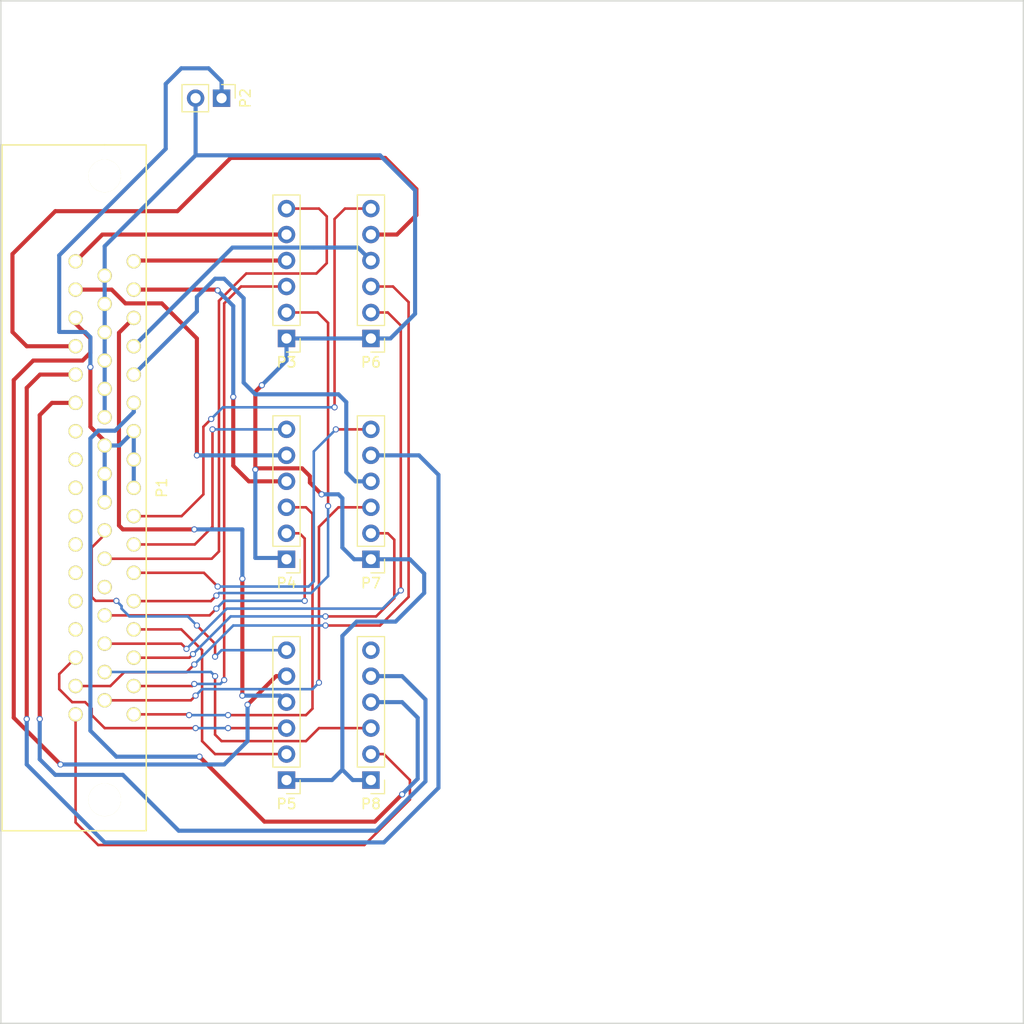
<source format=kicad_pcb>
(kicad_pcb (version 4) (host pcbnew 4.0.2-stable)

  (general
    (links 47)
    (no_connects 0)
    (area 71.044999 49.454999 171.195001 149.605001)
    (thickness 1.6)
    (drawings 4)
    (tracks 352)
    (zones 0)
    (modules 8)
    (nets 42)
  )

  (page A4)
  (layers
    (0 F.Cu signal)
    (31 B.Cu signal)
    (32 B.Adhes user)
    (33 F.Adhes user)
    (34 B.Paste user)
    (35 F.Paste user)
    (36 B.SilkS user)
    (37 F.SilkS user)
    (38 B.Mask user)
    (39 F.Mask user)
    (40 Dwgs.User user)
    (41 Cmts.User user)
    (42 Eco1.User user)
    (43 Eco2.User user)
    (44 Edge.Cuts user)
    (45 Margin user)
    (46 B.CrtYd user)
    (47 F.CrtYd user)
    (48 B.Fab user)
    (49 F.Fab user)
  )

  (setup
    (last_trace_width 0.4)
    (user_trace_width 0.4)
    (trace_clearance 0.2)
    (zone_clearance 0.508)
    (zone_45_only no)
    (trace_min 0.2)
    (segment_width 0.2)
    (edge_width 0.15)
    (via_size 0.6)
    (via_drill 0.4)
    (via_min_size 0.4)
    (via_min_drill 0.3)
    (uvia_size 0.3)
    (uvia_drill 0.1)
    (uvias_allowed no)
    (uvia_min_size 0.2)
    (uvia_min_drill 0.1)
    (pcb_text_width 0.3)
    (pcb_text_size 1.5 1.5)
    (mod_edge_width 0.15)
    (mod_text_size 1 1)
    (mod_text_width 0.15)
    (pad_size 1.524 1.524)
    (pad_drill 0.762)
    (pad_to_mask_clearance 0.2)
    (aux_axis_origin 0 0)
    (visible_elements 7FFFFFFF)
    (pcbplotparams
      (layerselection 0x00030_80000001)
      (usegerberextensions false)
      (excludeedgelayer true)
      (linewidth 0.100000)
      (plotframeref false)
      (viasonmask false)
      (mode 1)
      (useauxorigin false)
      (hpglpennumber 1)
      (hpglpenspeed 20)
      (hpglpendiameter 15)
      (hpglpenoverlay 2)
      (psnegative false)
      (psa4output false)
      (plotreference true)
      (plotvalue true)
      (plotinvisibletext false)
      (padsonsilk false)
      (subtractmaskfromsilk false)
      (outputformat 1)
      (mirror false)
      (drillshape 1)
      (scaleselection 1)
      (outputdirectory ""))
  )

  (net 0 "")
  (net 1 GND)
  (net 2 LED_VCC)
  (net 3 Mrot_1)
  (net 4 M1_1)
  (net 5 M2_1)
  (net 6 M3_1)
  (net 7 M4_1)
  (net 8 M5_1)
  (net 9 Mrot_2)
  (net 10 M1_2)
  (net 11 M2_2)
  (net 12 M3_2)
  (net 13 M4_2)
  (net 14 M5_2)
  (net 15 "Net-(P1-Pad44)")
  (net 16 "Net-(P1-Pad43)")
  (net 17 A5_1)
  (net 18 A3_2)
  (net 19 A2_2)
  (net 20 "Net-(P1-Pad38)")
  (net 21 "Net-(P1-Pad37)")
  (net 22 "Net-(P1-Pad40)")
  (net 23 "Net-(P1-Pad41)")
  (net 24 "Net-(P1-Pad39)")
  (net 25 A5_2)
  (net 26 A3_1)
  (net 27 A1_1)
  (net 28 "Net-(P1-Pad22)")
  (net 29 Rot_limit)
  (net 30 A4_2)
  (net 31 ROT_2)
  (net 32 A4_1)
  (net 33 A2_1)
  (net 34 ROT_1)
  (net 35 Limit_4)
  (net 36 A1_2)
  (net 37 Limit_1)
  (net 38 Limit_3)
  (net 39 "Net-(P1-Pad42)")
  (net 40 Limit_2)
  (net 41 "Net-(P8-Pad6)")

  (net_class Default "This is the default net class."
    (clearance 0.2)
    (trace_width 0.25)
    (via_dia 0.6)
    (via_drill 0.4)
    (uvia_dia 0.3)
    (uvia_drill 0.1)
    (add_net A1_1)
    (add_net A1_2)
    (add_net A2_1)
    (add_net A2_2)
    (add_net A3_1)
    (add_net A3_2)
    (add_net A4_1)
    (add_net A4_2)
    (add_net A5_1)
    (add_net A5_2)
    (add_net GND)
    (add_net LED_VCC)
    (add_net Limit_1)
    (add_net Limit_2)
    (add_net Limit_3)
    (add_net Limit_4)
    (add_net M1_1)
    (add_net M1_2)
    (add_net M2_1)
    (add_net M2_2)
    (add_net M3_1)
    (add_net M3_2)
    (add_net M4_1)
    (add_net M4_2)
    (add_net M5_1)
    (add_net M5_2)
    (add_net Mrot_1)
    (add_net Mrot_2)
    (add_net "Net-(P1-Pad22)")
    (add_net "Net-(P1-Pad37)")
    (add_net "Net-(P1-Pad38)")
    (add_net "Net-(P1-Pad39)")
    (add_net "Net-(P1-Pad40)")
    (add_net "Net-(P1-Pad41)")
    (add_net "Net-(P1-Pad42)")
    (add_net "Net-(P1-Pad43)")
    (add_net "Net-(P1-Pad44)")
    (add_net "Net-(P8-Pad6)")
    (add_net ROT_1)
    (add_net ROT_2)
    (add_net Rot_limit)
  )

  (module Connector_Dsub:Dsub_50 (layer F.Cu) (tedit 5BFFFC76) (tstamp 5C0150DE)
    (at 81.28 97.155 270)
    (path /5BFFFCFD)
    (fp_text reference P1 (at 0 -5.588 270) (layer F.SilkS)
      (effects (font (size 1 1) (thickness 0.15)))
    )
    (fp_text value CONN_02X25 (at 0 -11.176 270) (layer F.Fab)
      (effects (font (size 1 1) (thickness 0.15)))
    )
    (fp_line (start -33.528 10.033) (end 33.528 10.033) (layer F.SilkS) (width 0.15))
    (fp_line (start -33.528 0) (end -33.528 10.033) (layer F.SilkS) (width 0.15))
    (fp_line (start 33.528 0) (end 33.528 10.033) (layer F.SilkS) (width 0.15))
    (fp_line (start -33.528 -4.064) (end -33.528 0) (layer F.SilkS) (width 0.15))
    (fp_line (start 33.528 -4.064) (end 33.528 0) (layer F.SilkS) (width 0.15))
    (fp_line (start 0 -4.064) (end -33.5 -4.064) (layer F.SilkS) (width 0.15))
    (fp_line (start 0 -4.064) (end 33.5 -4.064) (layer F.SilkS) (width 0.15))
    (pad 33 thru_hole circle (at -20.7518 0 270) (size 1.4 1.4) (drill 1.0922) (layers *.Cu *.Mask F.SilkS)
      (net 1 GND))
    (pad 32 thru_hole circle (at -17.9832 0 270) (size 1.4 1.4) (drill 1.0922) (layers *.Cu *.Mask F.SilkS)
      (net 1 GND))
    (pad 31 thru_hole circle (at -15.2146 0 270) (size 1.4 1.4) (drill 1.0922) (layers *.Cu *.Mask F.SilkS)
      (net 1 GND))
    (pad 30 thru_hole circle (at -12.446 0 270) (size 1.4 1.4) (drill 1.0922) (layers *.Cu *.Mask F.SilkS)
      (net 1 GND))
    (pad 29 thru_hole circle (at -9.6774 0 270) (size 1.4 1.4) (drill 1.0922) (layers *.Cu *.Mask F.SilkS)
      (net 1 GND))
    (pad 28 thru_hole circle (at -6.9088 0 270) (size 1.4 1.4) (drill 1.0922) (layers *.Cu *.Mask F.SilkS)
      (net 1 GND))
    (pad 27 thru_hole circle (at -4.1402 0 270) (size 1.4 1.4) (drill 1.0922) (layers *.Cu *.Mask F.SilkS)
      (net 2 LED_VCC))
    (pad 26 thru_hole circle (at -1.3716 0 270) (size 1.4 1.4) (drill 1.0922) (layers *.Cu *.Mask F.SilkS)
      (net 2 LED_VCC))
    (pad 17 thru_hole circle (at -22.1488 -2.8448 270) (size 1.4 1.4) (drill 1.0922) (layers *.Cu *.Mask F.SilkS)
      (net 3 Mrot_1))
    (pad 16 thru_hole circle (at -19.3802 -2.8448 270) (size 1.4 1.4) (drill 1.0922) (layers *.Cu *.Mask F.SilkS)
      (net 4 M1_1))
    (pad 15 thru_hole circle (at -16.6116 -2.8448 270) (size 1.4 1.4) (drill 1.0922) (layers *.Cu *.Mask F.SilkS)
      (net 5 M2_1))
    (pad 14 thru_hole circle (at -13.843 -2.8448 270) (size 1.4 1.4) (drill 1.0922) (layers *.Cu *.Mask F.SilkS)
      (net 6 M3_1))
    (pad 13 thru_hole circle (at -11.0744 -2.8448 270) (size 1.4 1.4) (drill 1.0922) (layers *.Cu *.Mask F.SilkS)
      (net 7 M4_1))
    (pad 12 thru_hole circle (at -8.3058 -2.8448 270) (size 1.4 1.4) (drill 1.0922) (layers *.Cu *.Mask F.SilkS)
      (net 8 M5_1))
    (pad 11 thru_hole circle (at -5.5372 -2.8448 270) (size 1.4 1.4) (drill 1.0922) (layers *.Cu *.Mask F.SilkS)
      (net 2 LED_VCC))
    (pad 10 thru_hole circle (at -2.7686 -2.8448 270) (size 1.4 1.4) (drill 1.0922) (layers *.Cu *.Mask F.SilkS)
      (net 2 LED_VCC))
    (pad 50 thru_hole circle (at -22.1488 2.8448 270) (size 1.4 1.4) (drill 1.0922) (layers *.Cu *.Mask F.SilkS)
      (net 9 Mrot_2))
    (pad 49 thru_hole circle (at -19.3802 2.8448 270) (size 1.4 1.4) (drill 1.0922) (layers *.Cu *.Mask F.SilkS)
      (net 10 M1_2))
    (pad 48 thru_hole circle (at -16.6116 2.8448 270) (size 1.4 1.4) (drill 1.0922) (layers *.Cu *.Mask F.SilkS)
      (net 11 M2_2))
    (pad 47 thru_hole circle (at -13.843 2.8448 270) (size 1.4 1.4) (drill 1.0922) (layers *.Cu *.Mask F.SilkS)
      (net 12 M3_2))
    (pad 46 thru_hole circle (at -11.0744 2.8448 270) (size 1.4 1.4) (drill 1.0922) (layers *.Cu *.Mask F.SilkS)
      (net 13 M4_2))
    (pad 45 thru_hole circle (at -8.3058 2.8448 270) (size 1.4 1.4) (drill 1.0922) (layers *.Cu *.Mask F.SilkS)
      (net 14 M5_2))
    (pad 44 thru_hole circle (at -5.5372 2.8448 270) (size 1.4 1.4) (drill 1.0922) (layers *.Cu *.Mask F.SilkS)
      (net 15 "Net-(P1-Pad44)"))
    (pad 43 thru_hole circle (at -2.7686 2.8448 270) (size 1.4 1.4) (drill 1.0922) (layers *.Cu *.Mask F.SilkS)
      (net 16 "Net-(P1-Pad43)"))
    (pad 34 thru_hole circle (at 22.1488 2.8448 270) (size 1.4 1.4) (drill 1.0922) (layers *.Cu *.Mask F.SilkS)
      (net 17 A5_1))
    (pad 35 thru_hole circle (at 19.3802 2.8448 270) (size 1.4 1.4) (drill 1.0922) (layers *.Cu *.Mask F.SilkS)
      (net 18 A3_2))
    (pad 36 thru_hole circle (at 16.6116 2.8448 270) (size 1.4 1.4) (drill 1.0922) (layers *.Cu *.Mask F.SilkS)
      (net 19 A2_2))
    (pad 38 thru_hole circle (at 11.0744 2.8448 270) (size 1.4 1.4) (drill 1.0922) (layers *.Cu *.Mask F.SilkS)
      (net 20 "Net-(P1-Pad38)"))
    (pad 37 thru_hole circle (at 13.843 2.8448 270) (size 1.4 1.4) (drill 1.0922) (layers *.Cu *.Mask F.SilkS)
      (net 21 "Net-(P1-Pad37)"))
    (pad 40 thru_hole circle (at 5.5372 2.8448 270) (size 1.4 1.4) (drill 1.0922) (layers *.Cu *.Mask F.SilkS)
      (net 22 "Net-(P1-Pad40)"))
    (pad 41 thru_hole circle (at 2.7686 2.8448 270) (size 1.4 1.4) (drill 1.0922) (layers *.Cu *.Mask F.SilkS)
      (net 23 "Net-(P1-Pad41)"))
    (pad 39 thru_hole circle (at 8.3058 2.8448 270) (size 1.4 1.4) (drill 1.0922) (layers *.Cu *.Mask F.SilkS)
      (net 24 "Net-(P1-Pad39)"))
    (pad 19 thru_hole circle (at 18.0086 0 270) (size 1.4 1.4) (drill 1.0922) (layers *.Cu *.Mask F.SilkS)
      (net 25 A5_2))
    (pad 20 thru_hole circle (at 15.24 0 270) (size 1.4 1.4) (drill 1.0922) (layers *.Cu *.Mask F.SilkS)
      (net 26 A3_1))
    (pad 21 thru_hole circle (at 12.4714 0 270) (size 1.4 1.4) (drill 1.0922) (layers *.Cu *.Mask F.SilkS)
      (net 27 A1_1))
    (pad 22 thru_hole circle (at 9.7028 0 270) (size 1.4 1.4) (drill 1.0922) (layers *.Cu *.Mask F.SilkS)
      (net 28 "Net-(P1-Pad22)"))
    (pad 23 thru_hole circle (at 6.9342 0 270) (size 1.4 1.4) (drill 1.0922) (layers *.Cu *.Mask F.SilkS)
      (net 29 Rot_limit))
    (pad 18 thru_hole circle (at 20.7772 0 270) (size 1.4 1.4) (drill 1.0922) (layers *.Cu *.Mask F.SilkS)
      (net 30 A4_2))
    (pad 25 thru_hole circle (at 1.397 0 270) (size 1.4 1.4) (drill 1.0922) (layers *.Cu *.Mask F.SilkS)
      (net 2 LED_VCC))
    (pad 2 thru_hole circle (at 19.3802 -2.8448 270) (size 1.4 1.4) (drill 1.0922) (layers *.Cu *.Mask F.SilkS)
      (net 31 ROT_2))
    (pad 3 thru_hole circle (at 16.6116 -2.8448 270) (size 1.4 1.4) (drill 1.0922) (layers *.Cu *.Mask F.SilkS)
      (net 32 A4_1))
    (pad 4 thru_hole circle (at 13.843 -2.8448 270) (size 1.4 1.4) (drill 1.0922) (layers *.Cu *.Mask F.SilkS)
      (net 33 A2_1))
    (pad 5 thru_hole circle (at 11.0744 -2.8448 270) (size 1.4 1.4) (drill 1.0922) (layers *.Cu *.Mask F.SilkS)
      (net 34 ROT_1))
    (pad 6 thru_hole circle (at 8.3058 -2.8448 270) (size 1.4 1.4) (drill 1.0922) (layers *.Cu *.Mask F.SilkS)
      (net 35 Limit_4))
    (pad 1 thru_hole circle (at 22.1488 -2.8448 270) (size 1.4 1.4) (drill 1.0922) (layers *.Cu *.Mask F.SilkS)
      (net 36 A1_2))
    (pad 7 thru_hole circle (at 5.5372 -2.8448 270) (size 1.4 1.4) (drill 1.0922) (layers *.Cu *.Mask F.SilkS)
      (net 37 Limit_1))
    (pad 9 thru_hole circle (at 0 -2.8448 270) (size 1.4 1.4) (drill 1.0922) (layers *.Cu *.Mask F.SilkS)
      (net 2 LED_VCC))
    (pad 8 thru_hole circle (at 2.7686 -2.8448 270) (size 1.4 1.4) (drill 1.0922) (layers *.Cu *.Mask F.SilkS)
      (net 38 Limit_3))
    (pad 42 thru_hole circle (at 0 2.8448 270) (size 1.4 1.4) (drill 1.0922) (layers *.Cu *.Mask F.SilkS)
      (net 39 "Net-(P1-Pad42)"))
    (pad "" np_thru_hole circle (at 30.5054 0 270) (size 3.2004 3.2004) (drill 3.2004) (layers *.Cu *.Mask F.SilkS))
    (pad "" np_thru_hole circle (at -30.5054 0 270) (size 3.2004 3.2004) (drill 3.2004) (layers *.Cu *.Mask F.SilkS))
    (pad 24 thru_hole circle (at 4.1656 0 270) (size 1.4 1.4) (drill 1.0922) (layers *.Cu *.Mask F.SilkS)
      (net 40 Limit_2))
  )

  (module Connector_PinHeader_2.54mm:PinHeader_1x02_P2.54mm_Vertical (layer F.Cu) (tedit 59FED5CC) (tstamp 5C0150E4)
    (at 92.71 59.055 270)
    (descr "Through hole straight pin header, 1x02, 2.54mm pitch, single row")
    (tags "Through hole pin header THT 1x02 2.54mm single row")
    (path /5C017DF5)
    (fp_text reference P2 (at 0 -2.33 270) (layer F.SilkS)
      (effects (font (size 1 1) (thickness 0.15)))
    )
    (fp_text value CONN_01X02 (at 0 4.87 270) (layer F.Fab)
      (effects (font (size 1 1) (thickness 0.15)))
    )
    (fp_line (start -0.635 -1.27) (end 1.27 -1.27) (layer F.Fab) (width 0.1))
    (fp_line (start 1.27 -1.27) (end 1.27 3.81) (layer F.Fab) (width 0.1))
    (fp_line (start 1.27 3.81) (end -1.27 3.81) (layer F.Fab) (width 0.1))
    (fp_line (start -1.27 3.81) (end -1.27 -0.635) (layer F.Fab) (width 0.1))
    (fp_line (start -1.27 -0.635) (end -0.635 -1.27) (layer F.Fab) (width 0.1))
    (fp_line (start -1.33 3.87) (end 1.33 3.87) (layer F.SilkS) (width 0.12))
    (fp_line (start -1.33 1.27) (end -1.33 3.87) (layer F.SilkS) (width 0.12))
    (fp_line (start 1.33 1.27) (end 1.33 3.87) (layer F.SilkS) (width 0.12))
    (fp_line (start -1.33 1.27) (end 1.33 1.27) (layer F.SilkS) (width 0.12))
    (fp_line (start -1.33 0) (end -1.33 -1.33) (layer F.SilkS) (width 0.12))
    (fp_line (start -1.33 -1.33) (end 0 -1.33) (layer F.SilkS) (width 0.12))
    (fp_line (start -1.8 -1.8) (end -1.8 4.35) (layer F.CrtYd) (width 0.05))
    (fp_line (start -1.8 4.35) (end 1.8 4.35) (layer F.CrtYd) (width 0.05))
    (fp_line (start 1.8 4.35) (end 1.8 -1.8) (layer F.CrtYd) (width 0.05))
    (fp_line (start 1.8 -1.8) (end -1.8 -1.8) (layer F.CrtYd) (width 0.05))
    (fp_text user %R (at 0 1.27 360) (layer F.Fab)
      (effects (font (size 1 1) (thickness 0.15)))
    )
    (pad 1 thru_hole rect (at 0 0 270) (size 1.7 1.7) (drill 1) (layers *.Cu *.Mask)
      (net 2 LED_VCC))
    (pad 2 thru_hole oval (at 0 2.54 270) (size 1.7 1.7) (drill 1) (layers *.Cu *.Mask)
      (net 1 GND))
    (model ${KISYS3DMOD}/Connector_PinHeader_2.54mm.3dshapes/PinHeader_1x02_P2.54mm_Vertical.wrl
      (at (xyz 0 0 0))
      (scale (xyz 1 1 1))
      (rotate (xyz 0 0 0))
    )
  )

  (module Connector_PinHeader_2.54mm:PinHeader_1x06_P2.54mm_Vertical (layer F.Cu) (tedit 59FED5CC) (tstamp 5C0150EE)
    (at 99.06 82.55 180)
    (descr "Through hole straight pin header, 1x06, 2.54mm pitch, single row")
    (tags "Through hole pin header THT 1x06 2.54mm single row")
    (path /5C016EF6)
    (fp_text reference P3 (at 0 -2.33 180) (layer F.SilkS)
      (effects (font (size 1 1) (thickness 0.15)))
    )
    (fp_text value CONN_01X06 (at 0 15.03 180) (layer F.Fab)
      (effects (font (size 1 1) (thickness 0.15)))
    )
    (fp_line (start -0.635 -1.27) (end 1.27 -1.27) (layer F.Fab) (width 0.1))
    (fp_line (start 1.27 -1.27) (end 1.27 13.97) (layer F.Fab) (width 0.1))
    (fp_line (start 1.27 13.97) (end -1.27 13.97) (layer F.Fab) (width 0.1))
    (fp_line (start -1.27 13.97) (end -1.27 -0.635) (layer F.Fab) (width 0.1))
    (fp_line (start -1.27 -0.635) (end -0.635 -1.27) (layer F.Fab) (width 0.1))
    (fp_line (start -1.33 14.03) (end 1.33 14.03) (layer F.SilkS) (width 0.12))
    (fp_line (start -1.33 1.27) (end -1.33 14.03) (layer F.SilkS) (width 0.12))
    (fp_line (start 1.33 1.27) (end 1.33 14.03) (layer F.SilkS) (width 0.12))
    (fp_line (start -1.33 1.27) (end 1.33 1.27) (layer F.SilkS) (width 0.12))
    (fp_line (start -1.33 0) (end -1.33 -1.33) (layer F.SilkS) (width 0.12))
    (fp_line (start -1.33 -1.33) (end 0 -1.33) (layer F.SilkS) (width 0.12))
    (fp_line (start -1.8 -1.8) (end -1.8 14.5) (layer F.CrtYd) (width 0.05))
    (fp_line (start -1.8 14.5) (end 1.8 14.5) (layer F.CrtYd) (width 0.05))
    (fp_line (start 1.8 14.5) (end 1.8 -1.8) (layer F.CrtYd) (width 0.05))
    (fp_line (start 1.8 -1.8) (end -1.8 -1.8) (layer F.CrtYd) (width 0.05))
    (fp_text user %R (at 0 6.35 270) (layer F.Fab)
      (effects (font (size 1 1) (thickness 0.15)))
    )
    (pad 1 thru_hole rect (at 0 0 180) (size 1.7 1.7) (drill 1) (layers *.Cu *.Mask)
      (net 1 GND))
    (pad 2 thru_hole oval (at 0 2.54 180) (size 1.7 1.7) (drill 1) (layers *.Cu *.Mask)
      (net 34 ROT_1))
    (pad 3 thru_hole oval (at 0 5.08 180) (size 1.7 1.7) (drill 1) (layers *.Cu *.Mask)
      (net 31 ROT_2))
    (pad 4 thru_hole oval (at 0 7.62 180) (size 1.7 1.7) (drill 1) (layers *.Cu *.Mask)
      (net 3 Mrot_1))
    (pad 5 thru_hole oval (at 0 10.16 180) (size 1.7 1.7) (drill 1) (layers *.Cu *.Mask)
      (net 9 Mrot_2))
    (pad 6 thru_hole oval (at 0 12.7 180) (size 1.7 1.7) (drill 1) (layers *.Cu *.Mask)
      (net 29 Rot_limit))
    (model ${KISYS3DMOD}/Connector_PinHeader_2.54mm.3dshapes/PinHeader_1x06_P2.54mm_Vertical.wrl
      (at (xyz 0 0 0))
      (scale (xyz 1 1 1))
      (rotate (xyz 0 0 0))
    )
  )

  (module Connector_PinHeader_2.54mm:PinHeader_1x06_P2.54mm_Vertical (layer F.Cu) (tedit 59FED5CC) (tstamp 5C0150F8)
    (at 99.06 104.14 180)
    (descr "Through hole straight pin header, 1x06, 2.54mm pitch, single row")
    (tags "Through hole pin header THT 1x06 2.54mm single row")
    (path /5C017119)
    (fp_text reference P4 (at 0 -2.33 180) (layer F.SilkS)
      (effects (font (size 1 1) (thickness 0.15)))
    )
    (fp_text value CONN_01X06 (at 0 15.03 180) (layer F.Fab)
      (effects (font (size 1 1) (thickness 0.15)))
    )
    (fp_line (start -0.635 -1.27) (end 1.27 -1.27) (layer F.Fab) (width 0.1))
    (fp_line (start 1.27 -1.27) (end 1.27 13.97) (layer F.Fab) (width 0.1))
    (fp_line (start 1.27 13.97) (end -1.27 13.97) (layer F.Fab) (width 0.1))
    (fp_line (start -1.27 13.97) (end -1.27 -0.635) (layer F.Fab) (width 0.1))
    (fp_line (start -1.27 -0.635) (end -0.635 -1.27) (layer F.Fab) (width 0.1))
    (fp_line (start -1.33 14.03) (end 1.33 14.03) (layer F.SilkS) (width 0.12))
    (fp_line (start -1.33 1.27) (end -1.33 14.03) (layer F.SilkS) (width 0.12))
    (fp_line (start 1.33 1.27) (end 1.33 14.03) (layer F.SilkS) (width 0.12))
    (fp_line (start -1.33 1.27) (end 1.33 1.27) (layer F.SilkS) (width 0.12))
    (fp_line (start -1.33 0) (end -1.33 -1.33) (layer F.SilkS) (width 0.12))
    (fp_line (start -1.33 -1.33) (end 0 -1.33) (layer F.SilkS) (width 0.12))
    (fp_line (start -1.8 -1.8) (end -1.8 14.5) (layer F.CrtYd) (width 0.05))
    (fp_line (start -1.8 14.5) (end 1.8 14.5) (layer F.CrtYd) (width 0.05))
    (fp_line (start 1.8 14.5) (end 1.8 -1.8) (layer F.CrtYd) (width 0.05))
    (fp_line (start 1.8 -1.8) (end -1.8 -1.8) (layer F.CrtYd) (width 0.05))
    (fp_text user %R (at 0 6.35 270) (layer F.Fab)
      (effects (font (size 1 1) (thickness 0.15)))
    )
    (pad 1 thru_hole rect (at 0 0 180) (size 1.7 1.7) (drill 1) (layers *.Cu *.Mask)
      (net 1 GND))
    (pad 2 thru_hole oval (at 0 2.54 180) (size 1.7 1.7) (drill 1) (layers *.Cu *.Mask)
      (net 27 A1_1))
    (pad 3 thru_hole oval (at 0 5.08 180) (size 1.7 1.7) (drill 1) (layers *.Cu *.Mask)
      (net 36 A1_2))
    (pad 4 thru_hole oval (at 0 7.62 180) (size 1.7 1.7) (drill 1) (layers *.Cu *.Mask)
      (net 4 M1_1))
    (pad 5 thru_hole oval (at 0 10.16 180) (size 1.7 1.7) (drill 1) (layers *.Cu *.Mask)
      (net 10 M1_2))
    (pad 6 thru_hole oval (at 0 12.7 180) (size 1.7 1.7) (drill 1) (layers *.Cu *.Mask)
      (net 37 Limit_1))
    (model ${KISYS3DMOD}/Connector_PinHeader_2.54mm.3dshapes/PinHeader_1x06_P2.54mm_Vertical.wrl
      (at (xyz 0 0 0))
      (scale (xyz 1 1 1))
      (rotate (xyz 0 0 0))
    )
  )

  (module Connector_PinHeader_2.54mm:PinHeader_1x06_P2.54mm_Vertical (layer F.Cu) (tedit 59FED5CC) (tstamp 5C015102)
    (at 99.06 125.73 180)
    (descr "Through hole straight pin header, 1x06, 2.54mm pitch, single row")
    (tags "Through hole pin header THT 1x06 2.54mm single row")
    (path /5C01758A)
    (fp_text reference P5 (at 0 -2.33 180) (layer F.SilkS)
      (effects (font (size 1 1) (thickness 0.15)))
    )
    (fp_text value CONN_01X06 (at 0 15.03 180) (layer F.Fab)
      (effects (font (size 1 1) (thickness 0.15)))
    )
    (fp_line (start -0.635 -1.27) (end 1.27 -1.27) (layer F.Fab) (width 0.1))
    (fp_line (start 1.27 -1.27) (end 1.27 13.97) (layer F.Fab) (width 0.1))
    (fp_line (start 1.27 13.97) (end -1.27 13.97) (layer F.Fab) (width 0.1))
    (fp_line (start -1.27 13.97) (end -1.27 -0.635) (layer F.Fab) (width 0.1))
    (fp_line (start -1.27 -0.635) (end -0.635 -1.27) (layer F.Fab) (width 0.1))
    (fp_line (start -1.33 14.03) (end 1.33 14.03) (layer F.SilkS) (width 0.12))
    (fp_line (start -1.33 1.27) (end -1.33 14.03) (layer F.SilkS) (width 0.12))
    (fp_line (start 1.33 1.27) (end 1.33 14.03) (layer F.SilkS) (width 0.12))
    (fp_line (start -1.33 1.27) (end 1.33 1.27) (layer F.SilkS) (width 0.12))
    (fp_line (start -1.33 0) (end -1.33 -1.33) (layer F.SilkS) (width 0.12))
    (fp_line (start -1.33 -1.33) (end 0 -1.33) (layer F.SilkS) (width 0.12))
    (fp_line (start -1.8 -1.8) (end -1.8 14.5) (layer F.CrtYd) (width 0.05))
    (fp_line (start -1.8 14.5) (end 1.8 14.5) (layer F.CrtYd) (width 0.05))
    (fp_line (start 1.8 14.5) (end 1.8 -1.8) (layer F.CrtYd) (width 0.05))
    (fp_line (start 1.8 -1.8) (end -1.8 -1.8) (layer F.CrtYd) (width 0.05))
    (fp_text user %R (at 0 6.35 270) (layer F.Fab)
      (effects (font (size 1 1) (thickness 0.15)))
    )
    (pad 1 thru_hole rect (at 0 0 180) (size 1.7 1.7) (drill 1) (layers *.Cu *.Mask)
      (net 1 GND))
    (pad 2 thru_hole oval (at 0 2.54 180) (size 1.7 1.7) (drill 1) (layers *.Cu *.Mask)
      (net 33 A2_1))
    (pad 3 thru_hole oval (at 0 5.08 180) (size 1.7 1.7) (drill 1) (layers *.Cu *.Mask)
      (net 19 A2_2))
    (pad 4 thru_hole oval (at 0 7.62 180) (size 1.7 1.7) (drill 1) (layers *.Cu *.Mask)
      (net 5 M2_1))
    (pad 5 thru_hole oval (at 0 10.16 180) (size 1.7 1.7) (drill 1) (layers *.Cu *.Mask)
      (net 11 M2_2))
    (pad 6 thru_hole oval (at 0 12.7 180) (size 1.7 1.7) (drill 1) (layers *.Cu *.Mask)
      (net 40 Limit_2))
    (model ${KISYS3DMOD}/Connector_PinHeader_2.54mm.3dshapes/PinHeader_1x06_P2.54mm_Vertical.wrl
      (at (xyz 0 0 0))
      (scale (xyz 1 1 1))
      (rotate (xyz 0 0 0))
    )
  )

  (module Connector_PinHeader_2.54mm:PinHeader_1x06_P2.54mm_Vertical (layer F.Cu) (tedit 59FED5CC) (tstamp 5C01510C)
    (at 107.315 82.55 180)
    (descr "Through hole straight pin header, 1x06, 2.54mm pitch, single row")
    (tags "Through hole pin header THT 1x06 2.54mm single row")
    (path /5C017746)
    (fp_text reference P6 (at 0 -2.33 180) (layer F.SilkS)
      (effects (font (size 1 1) (thickness 0.15)))
    )
    (fp_text value CONN_01X06 (at 0 15.03 180) (layer F.Fab)
      (effects (font (size 1 1) (thickness 0.15)))
    )
    (fp_line (start -0.635 -1.27) (end 1.27 -1.27) (layer F.Fab) (width 0.1))
    (fp_line (start 1.27 -1.27) (end 1.27 13.97) (layer F.Fab) (width 0.1))
    (fp_line (start 1.27 13.97) (end -1.27 13.97) (layer F.Fab) (width 0.1))
    (fp_line (start -1.27 13.97) (end -1.27 -0.635) (layer F.Fab) (width 0.1))
    (fp_line (start -1.27 -0.635) (end -0.635 -1.27) (layer F.Fab) (width 0.1))
    (fp_line (start -1.33 14.03) (end 1.33 14.03) (layer F.SilkS) (width 0.12))
    (fp_line (start -1.33 1.27) (end -1.33 14.03) (layer F.SilkS) (width 0.12))
    (fp_line (start 1.33 1.27) (end 1.33 14.03) (layer F.SilkS) (width 0.12))
    (fp_line (start -1.33 1.27) (end 1.33 1.27) (layer F.SilkS) (width 0.12))
    (fp_line (start -1.33 0) (end -1.33 -1.33) (layer F.SilkS) (width 0.12))
    (fp_line (start -1.33 -1.33) (end 0 -1.33) (layer F.SilkS) (width 0.12))
    (fp_line (start -1.8 -1.8) (end -1.8 14.5) (layer F.CrtYd) (width 0.05))
    (fp_line (start -1.8 14.5) (end 1.8 14.5) (layer F.CrtYd) (width 0.05))
    (fp_line (start 1.8 14.5) (end 1.8 -1.8) (layer F.CrtYd) (width 0.05))
    (fp_line (start 1.8 -1.8) (end -1.8 -1.8) (layer F.CrtYd) (width 0.05))
    (fp_text user %R (at 0 6.35 270) (layer F.Fab)
      (effects (font (size 1 1) (thickness 0.15)))
    )
    (pad 1 thru_hole rect (at 0 0 180) (size 1.7 1.7) (drill 1) (layers *.Cu *.Mask)
      (net 1 GND))
    (pad 2 thru_hole oval (at 0 2.54 180) (size 1.7 1.7) (drill 1) (layers *.Cu *.Mask)
      (net 26 A3_1))
    (pad 3 thru_hole oval (at 0 5.08 180) (size 1.7 1.7) (drill 1) (layers *.Cu *.Mask)
      (net 18 A3_2))
    (pad 4 thru_hole oval (at 0 7.62 180) (size 1.7 1.7) (drill 1) (layers *.Cu *.Mask)
      (net 6 M3_1))
    (pad 5 thru_hole oval (at 0 10.16 180) (size 1.7 1.7) (drill 1) (layers *.Cu *.Mask)
      (net 12 M3_2))
    (pad 6 thru_hole oval (at 0 12.7 180) (size 1.7 1.7) (drill 1) (layers *.Cu *.Mask)
      (net 38 Limit_3))
    (model ${KISYS3DMOD}/Connector_PinHeader_2.54mm.3dshapes/PinHeader_1x06_P2.54mm_Vertical.wrl
      (at (xyz 0 0 0))
      (scale (xyz 1 1 1))
      (rotate (xyz 0 0 0))
    )
  )

  (module Connector_PinHeader_2.54mm:PinHeader_1x06_P2.54mm_Vertical (layer F.Cu) (tedit 59FED5CC) (tstamp 5C015116)
    (at 107.315 104.14 180)
    (descr "Through hole straight pin header, 1x06, 2.54mm pitch, single row")
    (tags "Through hole pin header THT 1x06 2.54mm single row")
    (path /5C01784F)
    (fp_text reference P7 (at 0 -2.33 180) (layer F.SilkS)
      (effects (font (size 1 1) (thickness 0.15)))
    )
    (fp_text value CONN_01X06 (at 0 15.03 180) (layer F.Fab)
      (effects (font (size 1 1) (thickness 0.15)))
    )
    (fp_line (start -0.635 -1.27) (end 1.27 -1.27) (layer F.Fab) (width 0.1))
    (fp_line (start 1.27 -1.27) (end 1.27 13.97) (layer F.Fab) (width 0.1))
    (fp_line (start 1.27 13.97) (end -1.27 13.97) (layer F.Fab) (width 0.1))
    (fp_line (start -1.27 13.97) (end -1.27 -0.635) (layer F.Fab) (width 0.1))
    (fp_line (start -1.27 -0.635) (end -0.635 -1.27) (layer F.Fab) (width 0.1))
    (fp_line (start -1.33 14.03) (end 1.33 14.03) (layer F.SilkS) (width 0.12))
    (fp_line (start -1.33 1.27) (end -1.33 14.03) (layer F.SilkS) (width 0.12))
    (fp_line (start 1.33 1.27) (end 1.33 14.03) (layer F.SilkS) (width 0.12))
    (fp_line (start -1.33 1.27) (end 1.33 1.27) (layer F.SilkS) (width 0.12))
    (fp_line (start -1.33 0) (end -1.33 -1.33) (layer F.SilkS) (width 0.12))
    (fp_line (start -1.33 -1.33) (end 0 -1.33) (layer F.SilkS) (width 0.12))
    (fp_line (start -1.8 -1.8) (end -1.8 14.5) (layer F.CrtYd) (width 0.05))
    (fp_line (start -1.8 14.5) (end 1.8 14.5) (layer F.CrtYd) (width 0.05))
    (fp_line (start 1.8 14.5) (end 1.8 -1.8) (layer F.CrtYd) (width 0.05))
    (fp_line (start 1.8 -1.8) (end -1.8 -1.8) (layer F.CrtYd) (width 0.05))
    (fp_text user %R (at 0 6.35 270) (layer F.Fab)
      (effects (font (size 1 1) (thickness 0.15)))
    )
    (pad 1 thru_hole rect (at 0 0 180) (size 1.7 1.7) (drill 1) (layers *.Cu *.Mask)
      (net 1 GND))
    (pad 2 thru_hole oval (at 0 2.54 180) (size 1.7 1.7) (drill 1) (layers *.Cu *.Mask)
      (net 32 A4_1))
    (pad 3 thru_hole oval (at 0 5.08 180) (size 1.7 1.7) (drill 1) (layers *.Cu *.Mask)
      (net 30 A4_2))
    (pad 4 thru_hole oval (at 0 7.62 180) (size 1.7 1.7) (drill 1) (layers *.Cu *.Mask)
      (net 7 M4_1))
    (pad 5 thru_hole oval (at 0 10.16 180) (size 1.7 1.7) (drill 1) (layers *.Cu *.Mask)
      (net 13 M4_2))
    (pad 6 thru_hole oval (at 0 12.7 180) (size 1.7 1.7) (drill 1) (layers *.Cu *.Mask)
      (net 35 Limit_4))
    (model ${KISYS3DMOD}/Connector_PinHeader_2.54mm.3dshapes/PinHeader_1x06_P2.54mm_Vertical.wrl
      (at (xyz 0 0 0))
      (scale (xyz 1 1 1))
      (rotate (xyz 0 0 0))
    )
  )

  (module Connector_PinHeader_2.54mm:PinHeader_1x06_P2.54mm_Vertical (layer F.Cu) (tedit 59FED5CC) (tstamp 5C015120)
    (at 107.315 125.73 180)
    (descr "Through hole straight pin header, 1x06, 2.54mm pitch, single row")
    (tags "Through hole pin header THT 1x06 2.54mm single row")
    (path /5C017AA2)
    (fp_text reference P8 (at 0 -2.33 180) (layer F.SilkS)
      (effects (font (size 1 1) (thickness 0.15)))
    )
    (fp_text value CONN_01X06 (at 0 15.03 180) (layer F.Fab)
      (effects (font (size 1 1) (thickness 0.15)))
    )
    (fp_line (start -0.635 -1.27) (end 1.27 -1.27) (layer F.Fab) (width 0.1))
    (fp_line (start 1.27 -1.27) (end 1.27 13.97) (layer F.Fab) (width 0.1))
    (fp_line (start 1.27 13.97) (end -1.27 13.97) (layer F.Fab) (width 0.1))
    (fp_line (start -1.27 13.97) (end -1.27 -0.635) (layer F.Fab) (width 0.1))
    (fp_line (start -1.27 -0.635) (end -0.635 -1.27) (layer F.Fab) (width 0.1))
    (fp_line (start -1.33 14.03) (end 1.33 14.03) (layer F.SilkS) (width 0.12))
    (fp_line (start -1.33 1.27) (end -1.33 14.03) (layer F.SilkS) (width 0.12))
    (fp_line (start 1.33 1.27) (end 1.33 14.03) (layer F.SilkS) (width 0.12))
    (fp_line (start -1.33 1.27) (end 1.33 1.27) (layer F.SilkS) (width 0.12))
    (fp_line (start -1.33 0) (end -1.33 -1.33) (layer F.SilkS) (width 0.12))
    (fp_line (start -1.33 -1.33) (end 0 -1.33) (layer F.SilkS) (width 0.12))
    (fp_line (start -1.8 -1.8) (end -1.8 14.5) (layer F.CrtYd) (width 0.05))
    (fp_line (start -1.8 14.5) (end 1.8 14.5) (layer F.CrtYd) (width 0.05))
    (fp_line (start 1.8 14.5) (end 1.8 -1.8) (layer F.CrtYd) (width 0.05))
    (fp_line (start 1.8 -1.8) (end -1.8 -1.8) (layer F.CrtYd) (width 0.05))
    (fp_text user %R (at 0 6.35 270) (layer F.Fab)
      (effects (font (size 1 1) (thickness 0.15)))
    )
    (pad 1 thru_hole rect (at 0 0 180) (size 1.7 1.7) (drill 1) (layers *.Cu *.Mask)
      (net 1 GND))
    (pad 2 thru_hole oval (at 0 2.54 180) (size 1.7 1.7) (drill 1) (layers *.Cu *.Mask)
      (net 17 A5_1))
    (pad 3 thru_hole oval (at 0 5.08 180) (size 1.7 1.7) (drill 1) (layers *.Cu *.Mask)
      (net 25 A5_2))
    (pad 4 thru_hole oval (at 0 7.62 180) (size 1.7 1.7) (drill 1) (layers *.Cu *.Mask)
      (net 8 M5_1))
    (pad 5 thru_hole oval (at 0 10.16 180) (size 1.7 1.7) (drill 1) (layers *.Cu *.Mask)
      (net 14 M5_2))
    (pad 6 thru_hole oval (at 0 12.7 180) (size 1.7 1.7) (drill 1) (layers *.Cu *.Mask)
      (net 41 "Net-(P8-Pad6)"))
    (model ${KISYS3DMOD}/Connector_PinHeader_2.54mm.3dshapes/PinHeader_1x06_P2.54mm_Vertical.wrl
      (at (xyz 0 0 0))
      (scale (xyz 1 1 1))
      (rotate (xyz 0 0 0))
    )
  )

  (gr_line (start 71.12 149.53) (end 171.12 149.53) (angle 90) (layer Edge.Cuts) (width 0.15))
  (gr_line (start 171.12 49.53) (end 171.12 149.53) (angle 90) (layer Edge.Cuts) (width 0.15))
  (gr_line (start 71.12 49.53) (end 171.12 49.53) (angle 90) (layer Edge.Cuts) (width 0.15))
  (gr_line (start 71.12 149.53) (end 71.12 49.53) (angle 90) (layer Edge.Cuts) (width 0.15))

  (segment (start 99.06 125.73) (end 103.505 125.73) (width 0.4) (layer B.Cu) (net 1))
  (segment (start 103.505 125.73) (end 104.521 124.714) (width 0.4) (layer B.Cu) (net 1) (tstamp 5C05430A))
  (segment (start 107.315 125.73) (end 105.537 125.73) (width 0.4) (layer B.Cu) (net 1))
  (segment (start 111.125 104.14) (end 107.315 104.14) (width 0.4) (layer B.Cu) (net 1) (tstamp 5C054308))
  (segment (start 112.522 105.537) (end 111.125 104.14) (width 0.4) (layer B.Cu) (net 1) (tstamp 5C054307))
  (segment (start 112.522 107.442) (end 112.522 105.537) (width 0.4) (layer B.Cu) (net 1) (tstamp 5C054305))
  (segment (start 109.728 110.236) (end 112.522 107.442) (width 0.4) (layer B.Cu) (net 1) (tstamp 5C054302))
  (segment (start 105.918 110.236) (end 109.728 110.236) (width 0.4) (layer B.Cu) (net 1) (tstamp 5C054301))
  (segment (start 104.521 111.633) (end 105.918 110.236) (width 0.4) (layer B.Cu) (net 1) (tstamp 5C0542FF))
  (segment (start 104.521 124.714) (end 104.521 111.633) (width 0.4) (layer B.Cu) (net 1) (tstamp 5C0542FE))
  (segment (start 105.537 125.73) (end 104.521 124.714) (width 0.4) (layer B.Cu) (net 1) (tstamp 5C0542FB))
  (segment (start 107.315 104.14) (end 105.664 104.14) (width 0.4) (layer B.Cu) (net 1))
  (segment (start 96.139 95.25) (end 96.012 95.377) (width 0.4) (layer F.Cu) (net 1) (tstamp 5C0542E4))
  (segment (start 100.584 95.25) (end 96.139 95.25) (width 0.4) (layer F.Cu) (net 1) (tstamp 5C0542E2))
  (segment (start 101.346 96.012) (end 100.584 95.25) (width 0.4) (layer F.Cu) (net 1) (tstamp 5C0542E0))
  (segment (start 101.346 96.647) (end 101.346 96.012) (width 0.4) (layer F.Cu) (net 1) (tstamp 5C0542DF))
  (segment (start 102.489 97.79) (end 101.346 96.647) (width 0.4) (layer F.Cu) (net 1) (tstamp 5C0542DE))
  (via (at 102.489 97.79) (size 0.6) (drill 0.4) (layers F.Cu B.Cu) (net 1))
  (segment (start 104.14 97.79) (end 102.489 97.79) (width 0.4) (layer B.Cu) (net 1) (tstamp 5C0542D9))
  (segment (start 104.521 98.171) (end 104.14 97.79) (width 0.4) (layer B.Cu) (net 1) (tstamp 5C0542D8))
  (segment (start 104.521 102.997) (end 104.521 98.171) (width 0.4) (layer B.Cu) (net 1) (tstamp 5C0542D7))
  (segment (start 105.664 104.14) (end 104.521 102.997) (width 0.4) (layer B.Cu) (net 1) (tstamp 5C0542D6))
  (segment (start 99.06 82.55) (end 99.06 84.709) (width 0.4) (layer B.Cu) (net 1))
  (segment (start 96.012 104.013) (end 98.933 104.013) (width 0.4) (layer B.Cu) (net 1) (tstamp 5C0542A5))
  (segment (start 96.012 95.377) (end 96.012 104.013) (width 0.4) (layer B.Cu) (net 1) (tstamp 5C0542A4))
  (via (at 96.012 95.377) (size 0.6) (drill 0.4) (layers F.Cu B.Cu) (net 1))
  (segment (start 96.012 87.757) (end 96.012 95.377) (width 0.4) (layer F.Cu) (net 1) (tstamp 5C0542A2))
  (segment (start 96.647 87.122) (end 96.012 87.757) (width 0.4) (layer F.Cu) (net 1) (tstamp 5C0542A1))
  (via (at 96.647 87.122) (size 0.6) (drill 0.4) (layers F.Cu B.Cu) (net 1))
  (segment (start 99.06 84.709) (end 96.647 87.122) (width 0.4) (layer B.Cu) (net 1) (tstamp 5C054299))
  (segment (start 98.933 104.013) (end 99.06 104.14) (width 0.4) (layer B.Cu) (net 1) (tstamp 5C0542A6))
  (segment (start 107.315 82.55) (end 109.22 82.55) (width 0.4) (layer B.Cu) (net 1))
  (segment (start 108.204 64.643) (end 90.17 64.643) (width 0.4) (layer B.Cu) (net 1) (tstamp 5C054294))
  (segment (start 111.633 68.072) (end 108.204 64.643) (width 0.4) (layer B.Cu) (net 1) (tstamp 5C054292))
  (segment (start 111.633 80.137) (end 111.633 68.072) (width 0.4) (layer B.Cu) (net 1) (tstamp 5C054290))
  (segment (start 109.22 82.55) (end 111.633 80.137) (width 0.4) (layer B.Cu) (net 1) (tstamp 5C05428E))
  (segment (start 107.315 82.55) (end 99.06 82.55) (width 0.4) (layer B.Cu) (net 1))
  (segment (start 81.28 76.4032) (end 81.28 73.533) (width 0.4) (layer B.Cu) (net 1))
  (segment (start 81.28 73.533) (end 90.17 64.643) (width 0.4) (layer B.Cu) (net 1) (tstamp 5C054219))
  (segment (start 90.17 64.643) (end 90.17 59.055) (width 0.4) (layer B.Cu) (net 1) (tstamp 5C05421D))
  (segment (start 81.28 90.2462) (end 81.28 76.4032) (width 0.4) (layer B.Cu) (net 1))
  (segment (start 81.28 79.1718) (end 81.28 76.4032) (width 0.25) (layer B.Cu) (net 1))
  (segment (start 81.28 81.9404) (end 81.28 79.1718) (width 0.25) (layer B.Cu) (net 1))
  (segment (start 81.28 84.709) (end 81.28 81.9404) (width 0.25) (layer B.Cu) (net 1))
  (segment (start 81.28 87.4776) (end 81.28 84.709) (width 0.25) (layer B.Cu) (net 1))
  (segment (start 81.28 90.2462) (end 81.28 87.4776) (width 0.25) (layer B.Cu) (net 1))
  (segment (start 81.28 93.0148) (end 81.28 92.583) (width 0.4) (layer F.Cu) (net 2))
  (segment (start 81.28 92.583) (end 79.883 91.186) (width 0.4) (layer F.Cu) (net 2) (tstamp 5C05423F))
  (segment (start 92.71 57.404) (end 92.71 59.055) (width 0.4) (layer B.Cu) (net 2) (tstamp 5C054269))
  (segment (start 91.44 56.134) (end 92.71 57.404) (width 0.4) (layer B.Cu) (net 2) (tstamp 5C054268))
  (segment (start 88.773 56.134) (end 91.44 56.134) (width 0.4) (layer B.Cu) (net 2) (tstamp 5C054267))
  (segment (start 87.249 57.658) (end 88.773 56.134) (width 0.4) (layer B.Cu) (net 2) (tstamp 5C054266))
  (segment (start 87.249 64.008) (end 87.249 57.658) (width 0.4) (layer B.Cu) (net 2) (tstamp 5C054260))
  (segment (start 76.835 74.422) (end 87.249 64.008) (width 0.4) (layer B.Cu) (net 2) (tstamp 5C05425B))
  (segment (start 76.835 81.915) (end 76.835 74.422) (width 0.4) (layer B.Cu) (net 2) (tstamp 5C054254))
  (segment (start 77.343 81.915) (end 76.835 81.915) (width 0.4) (layer B.Cu) (net 2) (tstamp 5C05424F))
  (segment (start 79.375 81.915) (end 77.343 81.915) (width 0.4) (layer B.Cu) (net 2) (tstamp 5C05424D))
  (segment (start 79.883 82.423) (end 79.375 81.915) (width 0.4) (layer B.Cu) (net 2) (tstamp 5C05424C))
  (segment (start 79.883 85.344) (end 79.883 82.423) (width 0.4) (layer B.Cu) (net 2) (tstamp 5C05424B))
  (via (at 79.883 85.344) (size 0.6) (drill 0.4) (layers F.Cu B.Cu) (net 2))
  (segment (start 79.883 91.186) (end 79.883 85.344) (width 0.4) (layer F.Cu) (net 2) (tstamp 5C054244))
  (segment (start 84.1248 91.6178) (end 84.1248 97.155) (width 0.4) (layer B.Cu) (net 2))
  (segment (start 81.28 93.0148) (end 82.7278 93.0148) (width 0.4) (layer B.Cu) (net 2))
  (segment (start 82.7278 93.0148) (end 84.1248 91.6178) (width 0.4) (layer B.Cu) (net 2) (tstamp 5C05422D))
  (segment (start 81.28 98.552) (end 81.28 93.0148) (width 0.4) (layer B.Cu) (net 2))
  (segment (start 84.1248 97.155) (end 84.1248 94.3864) (width 0.25) (layer B.Cu) (net 2))
  (segment (start 84.1248 91.6178) (end 84.1248 94.3864) (width 0.25) (layer B.Cu) (net 2))
  (segment (start 82.7278 93.0148) (end 84.1248 91.6178) (width 0.25) (layer B.Cu) (net 2) (tstamp 5C053FAA))
  (segment (start 81.28 95.7834) (end 81.28 93.0148) (width 0.25) (layer B.Cu) (net 2))
  (segment (start 81.28 98.552) (end 81.28 95.7834) (width 0.25) (layer B.Cu) (net 2))
  (segment (start 84.1248 75.0062) (end 84.201 74.93) (width 0.4) (layer F.Cu) (net 3))
  (segment (start 84.201 74.93) (end 99.06 74.93) (width 0.4) (layer F.Cu) (net 3) (tstamp 5C054001))
  (segment (start 98.9838 75.0062) (end 99.06 74.93) (width 0.25) (layer F.Cu) (net 3) (tstamp 5C015244))
  (segment (start 84.1248 77.7748) (end 92.2528 77.7748) (width 0.4) (layer F.Cu) (net 4))
  (segment (start 95.377 96.52) (end 99.06 96.52) (width 0.4) (layer F.Cu) (net 4) (tstamp 5C054023))
  (segment (start 93.853 94.996) (end 95.377 96.52) (width 0.4) (layer F.Cu) (net 4) (tstamp 5C054021))
  (segment (start 93.853 88.265) (end 93.853 94.996) (width 0.4) (layer F.Cu) (net 4) (tstamp 5C054020))
  (via (at 93.853 88.265) (size 0.6) (drill 0.4) (layers F.Cu B.Cu) (net 4))
  (segment (start 93.853 79.375) (end 93.853 88.265) (width 0.4) (layer B.Cu) (net 4) (tstamp 5C054013))
  (segment (start 92.329 77.851) (end 93.853 79.375) (width 0.4) (layer B.Cu) (net 4) (tstamp 5C054012))
  (via (at 92.329 77.851) (size 0.6) (drill 0.4) (layers F.Cu B.Cu) (net 4))
  (segment (start 92.2528 77.7748) (end 92.329 77.851) (width 0.4) (layer F.Cu) (net 4) (tstamp 5C054007))
  (segment (start 84.1248 80.5434) (end 82.677 81.9912) (width 0.4) (layer F.Cu) (net 5))
  (segment (start 98.425 117.475) (end 99.06 118.11) (width 0.4) (layer B.Cu) (net 5) (tstamp 5C054171))
  (segment (start 94.742 117.475) (end 98.425 117.475) (width 0.4) (layer B.Cu) (net 5) (tstamp 5C054170))
  (via (at 94.742 117.475) (size 0.6) (drill 0.4) (layers F.Cu B.Cu) (net 5))
  (segment (start 94.742 106.045) (end 94.742 117.475) (width 0.4) (layer F.Cu) (net 5) (tstamp 5C054168))
  (via (at 94.742 106.045) (size 0.6) (drill 0.4) (layers F.Cu B.Cu) (net 5))
  (segment (start 94.742 101.219) (end 94.742 106.045) (width 0.4) (layer B.Cu) (net 5) (tstamp 5C05415B))
  (segment (start 90.043 101.219) (end 94.742 101.219) (width 0.4) (layer B.Cu) (net 5) (tstamp 5C05415A))
  (via (at 90.043 101.219) (size 0.6) (drill 0.4) (layers F.Cu B.Cu) (net 5))
  (segment (start 83.058 101.219) (end 90.043 101.219) (width 0.4) (layer F.Cu) (net 5) (tstamp 5C054151))
  (segment (start 82.677 100.838) (end 83.058 101.219) (width 0.4) (layer F.Cu) (net 5) (tstamp 5C05414D))
  (segment (start 82.677 81.9912) (end 82.677 100.838) (width 0.4) (layer F.Cu) (net 5) (tstamp 5C05413E))
  (segment (start 84.1248 83.312) (end 93.7768 73.66) (width 0.4) (layer B.Cu) (net 6))
  (segment (start 106.045 73.66) (end 107.315 74.93) (width 0.4) (layer B.Cu) (net 6) (tstamp 5C054195))
  (segment (start 101.727 73.66) (end 106.045 73.66) (width 0.4) (layer B.Cu) (net 6) (tstamp 5C054194))
  (segment (start 93.7768 73.66) (end 101.727 73.66) (width 0.4) (layer B.Cu) (net 6) (tstamp 5C05418F))
  (segment (start 84.1248 86.0806) (end 90.297 79.9084) (width 0.4) (layer B.Cu) (net 7))
  (segment (start 105.791 96.52) (end 107.315 96.52) (width 0.4) (layer B.Cu) (net 7) (tstamp 5C0541C7))
  (segment (start 104.902 95.631) (end 105.791 96.52) (width 0.4) (layer B.Cu) (net 7) (tstamp 5C0541C6))
  (segment (start 104.902 88.773) (end 104.902 95.631) (width 0.4) (layer B.Cu) (net 7) (tstamp 5C0541C3))
  (segment (start 104.14 88.011) (end 104.902 88.773) (width 0.4) (layer B.Cu) (net 7) (tstamp 5C0541C1))
  (segment (start 96.012 88.011) (end 104.14 88.011) (width 0.4) (layer B.Cu) (net 7) (tstamp 5C0541BE))
  (segment (start 94.869 86.868) (end 96.012 88.011) (width 0.4) (layer B.Cu) (net 7) (tstamp 5C0541BD))
  (segment (start 94.869 78.613) (end 94.869 86.868) (width 0.4) (layer B.Cu) (net 7) (tstamp 5C0541B9))
  (segment (start 92.964 76.708) (end 94.869 78.613) (width 0.4) (layer B.Cu) (net 7) (tstamp 5C0541B7))
  (segment (start 92.075 76.708) (end 92.964 76.708) (width 0.4) (layer B.Cu) (net 7) (tstamp 5C0541B5))
  (segment (start 90.297 78.486) (end 92.075 76.708) (width 0.4) (layer B.Cu) (net 7) (tstamp 5C0541B1))
  (segment (start 90.297 79.9084) (end 90.297 78.486) (width 0.4) (layer B.Cu) (net 7) (tstamp 5C0541AB))
  (segment (start 84.1248 88.8492) (end 84.1248 89.7382) (width 0.4) (layer B.Cu) (net 8))
  (segment (start 110.363 118.11) (end 107.315 118.11) (width 0.4) (layer B.Cu) (net 8) (tstamp 5C054213))
  (segment (start 111.887 119.634) (end 110.363 118.11) (width 0.4) (layer B.Cu) (net 8) (tstamp 5C054212))
  (segment (start 111.887 125.603) (end 111.887 119.634) (width 0.4) (layer B.Cu) (net 8) (tstamp 5C054211))
  (segment (start 110.363 127.127) (end 111.887 125.603) (width 0.4) (layer B.Cu) (net 8) (tstamp 5C054210))
  (via (at 110.363 127.127) (size 0.6) (drill 0.4) (layers F.Cu B.Cu) (net 8))
  (segment (start 107.696 129.794) (end 110.363 127.127) (width 0.4) (layer F.Cu) (net 8) (tstamp 5C05420B))
  (segment (start 96.901 129.794) (end 107.696 129.794) (width 0.4) (layer F.Cu) (net 8) (tstamp 5C054202))
  (segment (start 90.551 123.444) (end 96.901 129.794) (width 0.4) (layer F.Cu) (net 8) (tstamp 5C054201))
  (via (at 90.551 123.444) (size 0.6) (drill 0.4) (layers F.Cu B.Cu) (net 8))
  (segment (start 82.423 123.444) (end 90.551 123.444) (width 0.4) (layer B.Cu) (net 8) (tstamp 5C0541FA))
  (segment (start 79.883 120.904) (end 82.423 123.444) (width 0.4) (layer B.Cu) (net 8) (tstamp 5C0541F4))
  (segment (start 79.883 92.329) (end 79.883 120.904) (width 0.4) (layer B.Cu) (net 8) (tstamp 5C0541F3))
  (segment (start 80.645 91.567) (end 79.883 92.329) (width 0.4) (layer B.Cu) (net 8) (tstamp 5C0541F2))
  (segment (start 82.296 91.567) (end 80.645 91.567) (width 0.4) (layer B.Cu) (net 8) (tstamp 5C0541F0))
  (segment (start 84.1248 89.7382) (end 82.296 91.567) (width 0.4) (layer B.Cu) (net 8) (tstamp 5C0541EF))
  (segment (start 78.4352 75.0062) (end 81.0514 72.39) (width 0.4) (layer F.Cu) (net 9))
  (segment (start 81.0514 72.39) (end 99.06 72.39) (width 0.4) (layer F.Cu) (net 9) (tstamp 5C053FFB))
  (segment (start 78.4352 77.7748) (end 81.9658 77.7748) (width 0.4) (layer F.Cu) (net 10))
  (segment (start 90.297 93.98) (end 99.06 93.98) (width 0.4) (layer B.Cu) (net 10) (tstamp 5C05404C))
  (via (at 90.297 93.98) (size 0.6) (drill 0.4) (layers F.Cu B.Cu) (net 10))
  (segment (start 90.297 82.55) (end 90.297 93.98) (width 0.4) (layer F.Cu) (net 10) (tstamp 5C054041))
  (segment (start 86.868 79.121) (end 90.297 82.55) (width 0.4) (layer F.Cu) (net 10) (tstamp 5C05403C))
  (segment (start 83.312 79.121) (end 86.868 79.121) (width 0.4) (layer F.Cu) (net 10) (tstamp 5C05403B))
  (segment (start 81.9658 77.7748) (end 83.312 79.121) (width 0.4) (layer F.Cu) (net 10) (tstamp 5C054039))
  (segment (start 78.4352 80.5434) (end 78.4352 81.1022) (width 0.4) (layer F.Cu) (net 11))
  (segment (start 78.4352 81.1022) (end 79.883 82.55) (width 0.4) (layer F.Cu) (net 11) (tstamp 5C054084))
  (segment (start 79.883 82.55) (end 79.883 83.947) (width 0.4) (layer F.Cu) (net 11) (tstamp 5C054085))
  (segment (start 79.883 83.947) (end 79.121 84.709) (width 0.4) (layer F.Cu) (net 11) (tstamp 5C054086))
  (segment (start 79.121 84.709) (end 74.295 84.709) (width 0.4) (layer F.Cu) (net 11) (tstamp 5C054087))
  (segment (start 74.295 84.709) (end 72.39 86.614) (width 0.4) (layer F.Cu) (net 11) (tstamp 5C054088))
  (segment (start 72.39 86.614) (end 72.39 119.634) (width 0.4) (layer F.Cu) (net 11) (tstamp 5C054090))
  (segment (start 72.39 119.634) (end 76.962 124.206) (width 0.4) (layer F.Cu) (net 11) (tstamp 5C05409E))
  (via (at 76.962 124.206) (size 0.6) (drill 0.4) (layers F.Cu B.Cu) (net 11))
  (segment (start 76.962 124.206) (end 92.964 124.206) (width 0.4) (layer B.Cu) (net 11) (tstamp 5C0540A4))
  (segment (start 92.964 124.206) (end 95.25 121.92) (width 0.4) (layer B.Cu) (net 11) (tstamp 5C0540A5))
  (segment (start 95.25 121.92) (end 95.25 118.364) (width 0.4) (layer B.Cu) (net 11) (tstamp 5C0540A6))
  (via (at 95.25 118.364) (size 0.6) (drill 0.4) (layers F.Cu B.Cu) (net 11))
  (segment (start 95.25 118.364) (end 98.044 115.57) (width 0.4) (layer F.Cu) (net 11) (tstamp 5C0540AB))
  (segment (start 98.044 115.57) (end 99.06 115.57) (width 0.4) (layer F.Cu) (net 11) (tstamp 5C0540AC))
  (segment (start 78.4352 83.312) (end 73.66 83.312) (width 0.4) (layer F.Cu) (net 12))
  (segment (start 109.855 72.39) (end 107.315 72.39) (width 0.4) (layer F.Cu) (net 12) (tstamp 5C054081))
  (segment (start 111.76 70.485) (end 109.855 72.39) (width 0.4) (layer F.Cu) (net 12) (tstamp 5C05407F))
  (segment (start 111.76 67.945) (end 111.76 70.485) (width 0.4) (layer F.Cu) (net 12) (tstamp 5C05407D))
  (segment (start 108.712 64.897) (end 111.76 67.945) (width 0.4) (layer F.Cu) (net 12) (tstamp 5C05407B))
  (segment (start 93.599 64.897) (end 108.712 64.897) (width 0.4) (layer F.Cu) (net 12) (tstamp 5C054079))
  (segment (start 88.392 70.104) (end 93.599 64.897) (width 0.4) (layer F.Cu) (net 12) (tstamp 5C054077))
  (segment (start 76.454 70.104) (end 88.392 70.104) (width 0.4) (layer F.Cu) (net 12) (tstamp 5C054075))
  (segment (start 72.263 74.295) (end 76.454 70.104) (width 0.4) (layer F.Cu) (net 12) (tstamp 5C054073))
  (segment (start 72.263 81.915) (end 72.263 74.295) (width 0.4) (layer F.Cu) (net 12) (tstamp 5C054071))
  (segment (start 73.66 83.312) (end 72.263 81.915) (width 0.4) (layer F.Cu) (net 12) (tstamp 5C05406F))
  (segment (start 78.4352 86.0806) (end 74.9554 86.0806) (width 0.4) (layer F.Cu) (net 13))
  (segment (start 112.014 93.98) (end 107.315 93.98) (width 0.4) (layer B.Cu) (net 13) (tstamp 5C0540EB))
  (segment (start 113.919 95.885) (end 112.014 93.98) (width 0.4) (layer B.Cu) (net 13) (tstamp 5C0540E9))
  (segment (start 113.919 126.492) (end 113.919 95.885) (width 0.4) (layer B.Cu) (net 13) (tstamp 5C0540E5))
  (segment (start 108.585 131.826) (end 113.919 126.492) (width 0.4) (layer B.Cu) (net 13) (tstamp 5C0540E3))
  (segment (start 81.28 131.826) (end 108.585 131.826) (width 0.4) (layer B.Cu) (net 13) (tstamp 5C0540E0))
  (segment (start 73.66 124.206) (end 81.28 131.826) (width 0.4) (layer B.Cu) (net 13) (tstamp 5C0540DB))
  (segment (start 73.66 119.761) (end 73.66 124.206) (width 0.4) (layer B.Cu) (net 13) (tstamp 5C0540DA))
  (via (at 73.66 119.761) (size 0.6) (drill 0.4) (layers F.Cu B.Cu) (net 13))
  (segment (start 73.66 87.376) (end 73.66 119.761) (width 0.4) (layer F.Cu) (net 13) (tstamp 5C0540CE))
  (segment (start 74.9554 86.0806) (end 73.66 87.376) (width 0.4) (layer F.Cu) (net 13) (tstamp 5C0540C7))
  (segment (start 78.4352 88.8492) (end 76.1238 88.8492) (width 0.4) (layer F.Cu) (net 14))
  (segment (start 110.363 115.57) (end 107.315 115.57) (width 0.4) (layer B.Cu) (net 14) (tstamp 5C054118))
  (segment (start 112.649 117.856) (end 110.363 115.57) (width 0.4) (layer B.Cu) (net 14) (tstamp 5C054115))
  (segment (start 112.649 125.857) (end 112.649 117.856) (width 0.4) (layer B.Cu) (net 14) (tstamp 5C054113))
  (segment (start 107.823 130.683) (end 112.649 125.857) (width 0.4) (layer B.Cu) (net 14) (tstamp 5C054111))
  (segment (start 88.519 130.683) (end 107.823 130.683) (width 0.4) (layer B.Cu) (net 14) (tstamp 5C05410F))
  (segment (start 83.058 125.222) (end 88.519 130.683) (width 0.4) (layer B.Cu) (net 14) (tstamp 5C054107))
  (segment (start 76.454 125.222) (end 83.058 125.222) (width 0.4) (layer B.Cu) (net 14) (tstamp 5C054105))
  (segment (start 74.93 123.698) (end 76.454 125.222) (width 0.4) (layer B.Cu) (net 14) (tstamp 5C054102))
  (segment (start 74.93 119.761) (end 74.93 123.698) (width 0.4) (layer B.Cu) (net 14) (tstamp 5C054101))
  (via (at 74.93 119.761) (size 0.6) (drill 0.4) (layers F.Cu B.Cu) (net 14))
  (segment (start 74.93 90.043) (end 74.93 119.761) (width 0.4) (layer F.Cu) (net 14) (tstamp 5C0540F1))
  (segment (start 76.1238 88.8492) (end 74.93 90.043) (width 0.4) (layer F.Cu) (net 14) (tstamp 5C0540EF))
  (segment (start 78.4352 119.3038) (end 78.4352 129.8702) (width 0.25) (layer F.Cu) (net 17))
  (segment (start 108.585 123.19) (end 107.315 123.19) (width 0.25) (layer F.Cu) (net 17) (tstamp 5C015254))
  (segment (start 111.125 125.73) (end 108.585 123.19) (width 0.25) (layer F.Cu) (net 17) (tstamp 5C015252))
  (segment (start 111.125 127.635) (end 111.125 125.73) (width 0.25) (layer F.Cu) (net 17) (tstamp 5C015250))
  (segment (start 106.68 132.08) (end 111.125 127.635) (width 0.25) (layer F.Cu) (net 17) (tstamp 5C01524E))
  (segment (start 80.645 132.08) (end 106.68 132.08) (width 0.25) (layer F.Cu) (net 17) (tstamp 5C01524C))
  (segment (start 78.4352 129.8702) (end 80.645 132.08) (width 0.25) (layer F.Cu) (net 17) (tstamp 5C01524B))
  (segment (start 78.4352 116.5352) (end 81.8388 116.5352) (width 0.25) (layer F.Cu) (net 18))
  (segment (start 109.474 77.47) (end 107.315 77.47) (width 0.25) (layer F.Cu) (net 18) (tstamp 5C015320))
  (segment (start 110.998 78.994) (end 109.474 77.47) (width 0.25) (layer F.Cu) (net 18) (tstamp 5C01531E))
  (segment (start 110.998 107.823) (end 110.998 78.994) (width 0.25) (layer F.Cu) (net 18) (tstamp 5C015319))
  (segment (start 108.204 110.617) (end 110.998 107.823) (width 0.25) (layer F.Cu) (net 18) (tstamp 5C015312))
  (segment (start 102.87 110.617) (end 108.204 110.617) (width 0.25) (layer F.Cu) (net 18) (tstamp 5C015311))
  (via (at 102.87 110.617) (size 0.6) (drill 0.4) (layers F.Cu B.Cu) (net 18))
  (segment (start 93.853 110.617) (end 102.87 110.617) (width 0.25) (layer B.Cu) (net 18) (tstamp 5C015302))
  (segment (start 90.043 114.427) (end 93.853 110.617) (width 0.25) (layer B.Cu) (net 18) (tstamp 5C015301))
  (via (at 90.043 114.427) (size 0.6) (drill 0.4) (layers F.Cu B.Cu) (net 18))
  (segment (start 89.281 115.189) (end 90.043 114.427) (width 0.25) (layer F.Cu) (net 18) (tstamp 5C0152FC))
  (segment (start 83.185 115.189) (end 89.281 115.189) (width 0.25) (layer F.Cu) (net 18) (tstamp 5C0152F9))
  (segment (start 81.8388 116.5352) (end 83.185 115.189) (width 0.25) (layer F.Cu) (net 18) (tstamp 5C0152F4))
  (segment (start 99.06 120.65) (end 93.345 120.65) (width 0.25) (layer F.Cu) (net 19))
  (segment (start 76.835 115.3668) (end 78.4352 113.7666) (width 0.25) (layer F.Cu) (net 19) (tstamp 5C015293))
  (segment (start 76.835 116.84) (end 76.835 115.3668) (width 0.25) (layer F.Cu) (net 19) (tstamp 5C015291))
  (segment (start 78.105 118.11) (end 76.835 116.84) (width 0.25) (layer F.Cu) (net 19) (tstamp 5C01528E))
  (segment (start 79.375 118.11) (end 78.105 118.11) (width 0.25) (layer F.Cu) (net 19) (tstamp 5C01528D))
  (segment (start 80.01 118.745) (end 79.375 118.11) (width 0.25) (layer F.Cu) (net 19) (tstamp 5C01528B))
  (segment (start 80.01 119.38) (end 80.01 118.745) (width 0.25) (layer F.Cu) (net 19) (tstamp 5C015288))
  (segment (start 81.28 120.65) (end 80.01 119.38) (width 0.25) (layer F.Cu) (net 19) (tstamp 5C015280))
  (segment (start 90.17 120.65) (end 81.28 120.65) (width 0.25) (layer F.Cu) (net 19) (tstamp 5C01527F))
  (via (at 90.17 120.65) (size 0.6) (drill 0.4) (layers F.Cu B.Cu) (net 19))
  (segment (start 93.345 120.65) (end 90.17 120.65) (width 0.25) (layer B.Cu) (net 19) (tstamp 5C01527C))
  (via (at 93.345 120.65) (size 0.6) (drill 0.4) (layers F.Cu B.Cu) (net 19))
  (segment (start 107.315 120.65) (end 102.235 120.65) (width 0.25) (layer F.Cu) (net 25))
  (segment (start 91.6686 115.1636) (end 81.28 115.1636) (width 0.25) (layer B.Cu) (net 25) (tstamp 5C01526A))
  (segment (start 92.075 115.57) (end 91.6686 115.1636) (width 0.25) (layer B.Cu) (net 25) (tstamp 5C015269))
  (via (at 92.075 115.57) (size 0.6) (drill 0.4) (layers F.Cu B.Cu) (net 25))
  (segment (start 92.075 121.285) (end 92.075 115.57) (width 0.25) (layer F.Cu) (net 25) (tstamp 5C015267))
  (segment (start 92.71 121.92) (end 92.075 121.285) (width 0.25) (layer F.Cu) (net 25) (tstamp 5C015266))
  (segment (start 100.965 121.92) (end 92.71 121.92) (width 0.25) (layer F.Cu) (net 25) (tstamp 5C015264))
  (segment (start 102.235 120.65) (end 100.965 121.92) (width 0.25) (layer F.Cu) (net 25) (tstamp 5C015262))
  (segment (start 81.28 112.395) (end 88.773 112.395) (width 0.25) (layer F.Cu) (net 26))
  (segment (start 108.966 80.01) (end 107.315 80.01) (width 0.25) (layer F.Cu) (net 26) (tstamp 5C015389))
  (segment (start 110.236 81.28) (end 108.966 80.01) (width 0.25) (layer F.Cu) (net 26) (tstamp 5C015382))
  (segment (start 110.236 107.188) (end 110.236 81.28) (width 0.25) (layer F.Cu) (net 26) (tstamp 5C015381))
  (via (at 110.236 107.188) (size 0.6) (drill 0.4) (layers F.Cu B.Cu) (net 26))
  (segment (start 108.458 108.966) (end 110.236 107.188) (width 0.25) (layer B.Cu) (net 26) (tstamp 5C015379))
  (segment (start 93.218 108.966) (end 108.458 108.966) (width 0.25) (layer B.Cu) (net 26) (tstamp 5C015371))
  (segment (start 89.281 112.903) (end 93.218 108.966) (width 0.25) (layer B.Cu) (net 26) (tstamp 5C015370))
  (via (at 89.281 112.903) (size 0.6) (drill 0.4) (layers F.Cu B.Cu) (net 26))
  (segment (start 88.773 112.395) (end 89.281 112.903) (width 0.25) (layer F.Cu) (net 26) (tstamp 5C015367))
  (segment (start 81.28 109.6264) (end 91.5416 109.6264) (width 0.25) (layer F.Cu) (net 27))
  (segment (start 100.33 101.6) (end 99.06 101.6) (width 0.25) (layer F.Cu) (net 27) (tstamp 5C053D8C))
  (segment (start 100.838 102.108) (end 100.33 101.6) (width 0.25) (layer F.Cu) (net 27) (tstamp 5C053D8A))
  (segment (start 100.838 108.204) (end 100.838 102.108) (width 0.25) (layer F.Cu) (net 27) (tstamp 5C053D89))
  (via (at 100.838 108.204) (size 0.6) (drill 0.4) (layers F.Cu B.Cu) (net 27))
  (segment (start 92.964 108.204) (end 100.838 108.204) (width 0.25) (layer B.Cu) (net 27) (tstamp 5C053D86))
  (segment (start 92.202 108.966) (end 92.964 108.204) (width 0.25) (layer B.Cu) (net 27) (tstamp 5C053D85))
  (via (at 92.202 108.966) (size 0.6) (drill 0.4) (layers F.Cu B.Cu) (net 27))
  (segment (start 91.5416 109.6264) (end 92.202 108.966) (width 0.25) (layer F.Cu) (net 27) (tstamp 5C053D81))
  (segment (start 81.28 104.0892) (end 91.7448 104.0892) (width 0.25) (layer F.Cu) (net 29))
  (segment (start 102.235 69.85) (end 99.06 69.85) (width 0.25) (layer F.Cu) (net 29) (tstamp 5C053E7D))
  (segment (start 102.997 70.612) (end 102.235 69.85) (width 0.25) (layer F.Cu) (net 29) (tstamp 5C053E7C))
  (segment (start 102.997 75.184) (end 102.997 70.612) (width 0.25) (layer F.Cu) (net 29) (tstamp 5C053E7A))
  (segment (start 101.981 76.2) (end 102.997 75.184) (width 0.25) (layer F.Cu) (net 29) (tstamp 5C053E75))
  (segment (start 95.123 76.2) (end 101.981 76.2) (width 0.25) (layer F.Cu) (net 29) (tstamp 5C053E73))
  (segment (start 92.456 78.867) (end 95.123 76.2) (width 0.25) (layer F.Cu) (net 29) (tstamp 5C053E6F))
  (segment (start 92.456 103.378) (end 92.456 78.867) (width 0.25) (layer F.Cu) (net 29) (tstamp 5C053E69))
  (segment (start 91.7448 104.0892) (end 92.456 103.378) (width 0.25) (layer F.Cu) (net 29) (tstamp 5C053E61))
  (segment (start 81.28 117.9322) (end 89.7128 117.9322) (width 0.25) (layer F.Cu) (net 30))
  (segment (start 104.14 99.06) (end 107.315 99.06) (width 0.25) (layer F.Cu) (net 30) (tstamp 5C0152D2))
  (segment (start 102.235 100.965) (end 104.14 99.06) (width 0.25) (layer F.Cu) (net 30) (tstamp 5C0152CD))
  (segment (start 102.235 116.205) (end 102.235 100.965) (width 0.25) (layer F.Cu) (net 30) (tstamp 5C0152CC))
  (via (at 102.235 116.205) (size 0.6) (drill 0.4) (layers F.Cu B.Cu) (net 30))
  (segment (start 101.6 116.84) (end 102.235 116.205) (width 0.25) (layer B.Cu) (net 30) (tstamp 5C0152C7))
  (segment (start 90.805 116.84) (end 101.6 116.84) (width 0.25) (layer B.Cu) (net 30) (tstamp 5C0152BC))
  (segment (start 90.17 117.475) (end 90.805 116.84) (width 0.25) (layer B.Cu) (net 30) (tstamp 5C0152BB))
  (via (at 90.17 117.475) (size 0.6) (drill 0.4) (layers F.Cu B.Cu) (net 30))
  (segment (start 89.7128 117.9322) (end 90.17 117.475) (width 0.25) (layer F.Cu) (net 30) (tstamp 5C0152AF))
  (segment (start 84.1248 116.5352) (end 89.8398 116.5352) (width 0.25) (layer F.Cu) (net 31))
  (segment (start 94.615 77.47) (end 99.06 77.47) (width 0.25) (layer F.Cu) (net 31) (tstamp 5C015343))
  (segment (start 92.964 79.121) (end 94.615 77.47) (width 0.25) (layer F.Cu) (net 31) (tstamp 5C015339))
  (segment (start 92.964 115.951) (end 92.964 79.121) (width 0.25) (layer F.Cu) (net 31) (tstamp 5C015338))
  (via (at 92.964 115.951) (size 0.6) (drill 0.4) (layers F.Cu B.Cu) (net 31))
  (segment (start 92.583 116.332) (end 92.964 115.951) (width 0.25) (layer B.Cu) (net 31) (tstamp 5C015331))
  (segment (start 92.329 116.332) (end 92.583 116.332) (width 0.25) (layer B.Cu) (net 31) (tstamp 5C01532C))
  (segment (start 90.043 116.332) (end 92.329 116.332) (width 0.25) (layer B.Cu) (net 31) (tstamp 5C01532B))
  (via (at 90.043 116.332) (size 0.6) (drill 0.4) (layers F.Cu B.Cu) (net 31))
  (segment (start 89.8398 116.5352) (end 90.043 116.332) (width 0.25) (layer F.Cu) (net 31) (tstamp 5C015323))
  (segment (start 84.1248 113.7666) (end 89.5604 113.7666) (width 0.25) (layer F.Cu) (net 32))
  (segment (start 108.966 101.6) (end 107.315 101.6) (width 0.25) (layer F.Cu) (net 32) (tstamp 5C015361))
  (segment (start 109.601 102.235) (end 108.966 101.6) (width 0.25) (layer F.Cu) (net 32) (tstamp 5C015360))
  (segment (start 109.601 107.95) (end 109.601 102.235) (width 0.25) (layer F.Cu) (net 32) (tstamp 5C01535B))
  (segment (start 107.823 109.728) (end 109.601 107.95) (width 0.25) (layer F.Cu) (net 32) (tstamp 5C015359))
  (segment (start 102.87 109.728) (end 107.823 109.728) (width 0.25) (layer F.Cu) (net 32) (tstamp 5C015358))
  (via (at 102.87 109.728) (size 0.6) (drill 0.4) (layers F.Cu B.Cu) (net 32))
  (segment (start 93.599 109.728) (end 102.87 109.728) (width 0.25) (layer B.Cu) (net 32) (tstamp 5C015350))
  (segment (start 89.916 113.411) (end 93.599 109.728) (width 0.25) (layer B.Cu) (net 32) (tstamp 5C01534F))
  (via (at 89.916 113.411) (size 0.6) (drill 0.4) (layers F.Cu B.Cu) (net 32))
  (segment (start 89.5604 113.7666) (end 89.916 113.411) (width 0.25) (layer F.Cu) (net 32) (tstamp 5C01534A))
  (segment (start 99.06 123.19) (end 92.075 123.19) (width 0.25) (layer F.Cu) (net 33))
  (segment (start 88.773 110.998) (end 84.1248 110.998) (width 0.25) (layer F.Cu) (net 33) (tstamp 5C01525F))
  (segment (start 90.805 113.03) (end 88.773 110.998) (width 0.25) (layer F.Cu) (net 33) (tstamp 5C01525D))
  (segment (start 90.805 121.92) (end 90.805 113.03) (width 0.25) (layer F.Cu) (net 33) (tstamp 5C01525B))
  (segment (start 92.075 123.19) (end 90.805 121.92) (width 0.25) (layer F.Cu) (net 33) (tstamp 5C015259))
  (segment (start 103.124 98.933) (end 103.124 81.026) (width 0.25) (layer F.Cu) (net 34))
  (segment (start 91.6686 108.2294) (end 92.202 107.696) (width 0.25) (layer F.Cu) (net 34) (tstamp 5C053D94))
  (via (at 92.202 107.696) (size 0.6) (drill 0.4) (layers F.Cu B.Cu) (net 34))
  (segment (start 92.202 107.696) (end 92.456 107.442) (width 0.25) (layer B.Cu) (net 34) (tstamp 5C053D9E))
  (segment (start 92.456 107.442) (end 101.473 107.442) (width 0.25) (layer B.Cu) (net 34) (tstamp 5C053D9F))
  (segment (start 101.473 107.442) (end 103.124 105.791) (width 0.25) (layer B.Cu) (net 34) (tstamp 5C053DA5))
  (segment (start 103.124 105.791) (end 103.124 98.933) (width 0.25) (layer B.Cu) (net 34) (tstamp 5C053DA9))
  (segment (start 84.1248 108.2294) (end 91.6686 108.2294) (width 0.25) (layer F.Cu) (net 34))
  (via (at 103.124 98.933) (size 0.6) (drill 0.4) (layers F.Cu B.Cu) (net 34))
  (segment (start 102.108 80.01) (end 99.06 80.01) (width 0.25) (layer F.Cu) (net 34) (tstamp 5C053E0A))
  (segment (start 103.124 81.026) (end 102.108 80.01) (width 0.25) (layer F.Cu) (net 34) (tstamp 5C053E04))
  (segment (start 84.1248 105.4608) (end 90.9828 105.4608) (width 0.25) (layer F.Cu) (net 35))
  (segment (start 103.886 91.44) (end 107.315 91.44) (width 0.25) (layer F.Cu) (net 35) (tstamp 5C053E43))
  (via (at 103.886 91.44) (size 0.6) (drill 0.4) (layers F.Cu B.Cu) (net 35))
  (segment (start 101.727 93.599) (end 103.886 91.44) (width 0.25) (layer B.Cu) (net 35) (tstamp 5C053E3D))
  (segment (start 101.727 106.299) (end 101.727 93.599) (width 0.25) (layer B.Cu) (net 35) (tstamp 5C053E38))
  (segment (start 101.219 106.807) (end 101.727 106.299) (width 0.25) (layer B.Cu) (net 35) (tstamp 5C053E32))
  (segment (start 92.329 106.807) (end 101.219 106.807) (width 0.25) (layer B.Cu) (net 35) (tstamp 5C053E31))
  (via (at 92.329 106.807) (size 0.6) (drill 0.4) (layers F.Cu B.Cu) (net 35))
  (segment (start 90.9828 105.4608) (end 92.329 106.807) (width 0.25) (layer F.Cu) (net 35) (tstamp 5C053E2B))
  (segment (start 84.1248 119.3038) (end 89.4588 119.3038) (width 0.25) (layer F.Cu) (net 36))
  (segment (start 100.965 99.06) (end 99.06 99.06) (width 0.25) (layer F.Cu) (net 36) (tstamp 5C0152AA))
  (segment (start 101.6 99.695) (end 100.965 99.06) (width 0.25) (layer F.Cu) (net 36) (tstamp 5C0152A5))
  (segment (start 101.6 118.745) (end 101.6 99.695) (width 0.25) (layer F.Cu) (net 36) (tstamp 5C0152A3))
  (segment (start 100.965 119.38) (end 101.6 118.745) (width 0.25) (layer F.Cu) (net 36) (tstamp 5C01529F))
  (segment (start 93.345 119.38) (end 100.965 119.38) (width 0.25) (layer F.Cu) (net 36) (tstamp 5C01529E))
  (via (at 93.345 119.38) (size 0.6) (drill 0.4) (layers F.Cu B.Cu) (net 36))
  (segment (start 89.535 119.38) (end 93.345 119.38) (width 0.25) (layer B.Cu) (net 36) (tstamp 5C01529B))
  (via (at 89.535 119.38) (size 0.6) (drill 0.4) (layers F.Cu B.Cu) (net 36))
  (segment (start 89.4588 119.3038) (end 89.535 119.38) (width 0.25) (layer F.Cu) (net 36) (tstamp 5C015297))
  (segment (start 84.1248 102.6922) (end 90.0938 102.6922) (width 0.25) (layer F.Cu) (net 37))
  (segment (start 91.821 91.44) (end 99.06 91.44) (width 0.25) (layer B.Cu) (net 37) (tstamp 5C053E8E))
  (via (at 91.821 91.44) (size 0.6) (drill 0.4) (layers F.Cu B.Cu) (net 37))
  (segment (start 91.821 100.965) (end 91.821 91.44) (width 0.25) (layer F.Cu) (net 37) (tstamp 5C053E88))
  (segment (start 90.0938 102.6922) (end 91.821 100.965) (width 0.25) (layer F.Cu) (net 37) (tstamp 5C053E80))
  (segment (start 84.1248 99.9236) (end 88.7984 99.9236) (width 0.25) (layer F.Cu) (net 38))
  (segment (start 104.775 69.85) (end 107.315 69.85) (width 0.25) (layer F.Cu) (net 38) (tstamp 5C053F2D))
  (segment (start 103.759 70.866) (end 104.775 69.85) (width 0.25) (layer F.Cu) (net 38) (tstamp 5C053F2B))
  (segment (start 103.759 89.281) (end 103.759 70.866) (width 0.25) (layer F.Cu) (net 38) (tstamp 5C053F2A))
  (via (at 103.759 89.281) (size 0.6) (drill 0.4) (layers F.Cu B.Cu) (net 38))
  (segment (start 92.837 89.281) (end 103.759 89.281) (width 0.25) (layer B.Cu) (net 38) (tstamp 5C053F23))
  (segment (start 91.694 90.424) (end 92.837 89.281) (width 0.25) (layer B.Cu) (net 38) (tstamp 5C053F22))
  (via (at 91.694 90.424) (size 0.6) (drill 0.4) (layers F.Cu B.Cu) (net 38))
  (segment (start 90.932 91.186) (end 91.694 90.424) (width 0.25) (layer F.Cu) (net 38) (tstamp 5C053F1D))
  (segment (start 90.932 97.79) (end 90.932 91.186) (width 0.25) (layer F.Cu) (net 38) (tstamp 5C053F1A))
  (segment (start 88.7984 99.9236) (end 90.932 97.79) (width 0.25) (layer F.Cu) (net 38) (tstamp 5C053F15))
  (segment (start 81.28 101.3206) (end 81.28 101.727) (width 0.25) (layer F.Cu) (net 40))
  (segment (start 81.28 101.727) (end 80.01 102.997) (width 0.25) (layer F.Cu) (net 40) (tstamp 5C053E9A))
  (segment (start 80.01 102.997) (end 80.01 107.823) (width 0.25) (layer F.Cu) (net 40) (tstamp 5C053E9B))
  (segment (start 80.01 107.823) (end 80.391 108.204) (width 0.25) (layer F.Cu) (net 40) (tstamp 5C053EA7))
  (segment (start 80.391 108.204) (end 82.423 108.204) (width 0.25) (layer F.Cu) (net 40) (tstamp 5C053EA8))
  (via (at 82.423 108.204) (size 0.6) (drill 0.4) (layers F.Cu B.Cu) (net 40))
  (segment (start 82.423 108.204) (end 82.931 108.712) (width 0.25) (layer B.Cu) (net 40) (tstamp 5C053EAC))
  (segment (start 82.931 108.712) (end 82.931 108.966) (width 0.25) (layer B.Cu) (net 40) (tstamp 5C053EAD))
  (segment (start 82.931 108.966) (end 83.693 109.728) (width 0.25) (layer B.Cu) (net 40) (tstamp 5C053EAF))
  (segment (start 83.693 109.728) (end 89.408 109.728) (width 0.25) (layer B.Cu) (net 40) (tstamp 5C053EB1))
  (segment (start 89.408 109.728) (end 90.297 110.617) (width 0.25) (layer B.Cu) (net 40) (tstamp 5C053EB4))
  (via (at 90.297 110.617) (size 0.6) (drill 0.4) (layers F.Cu B.Cu) (net 40))
  (segment (start 90.297 110.617) (end 92.075 112.395) (width 0.25) (layer F.Cu) (net 40) (tstamp 5C053EBF))
  (segment (start 92.075 112.395) (end 92.075 113.665) (width 0.25) (layer F.Cu) (net 40) (tstamp 5C053EC0))
  (via (at 92.075 113.665) (size 0.6) (drill 0.4) (layers F.Cu B.Cu) (net 40))
  (segment (start 92.075 113.665) (end 92.71 113.03) (width 0.25) (layer B.Cu) (net 40) (tstamp 5C053EC3))
  (segment (start 92.71 113.03) (end 99.06 113.03) (width 0.25) (layer B.Cu) (net 40) (tstamp 5C053EC4))

)

</source>
